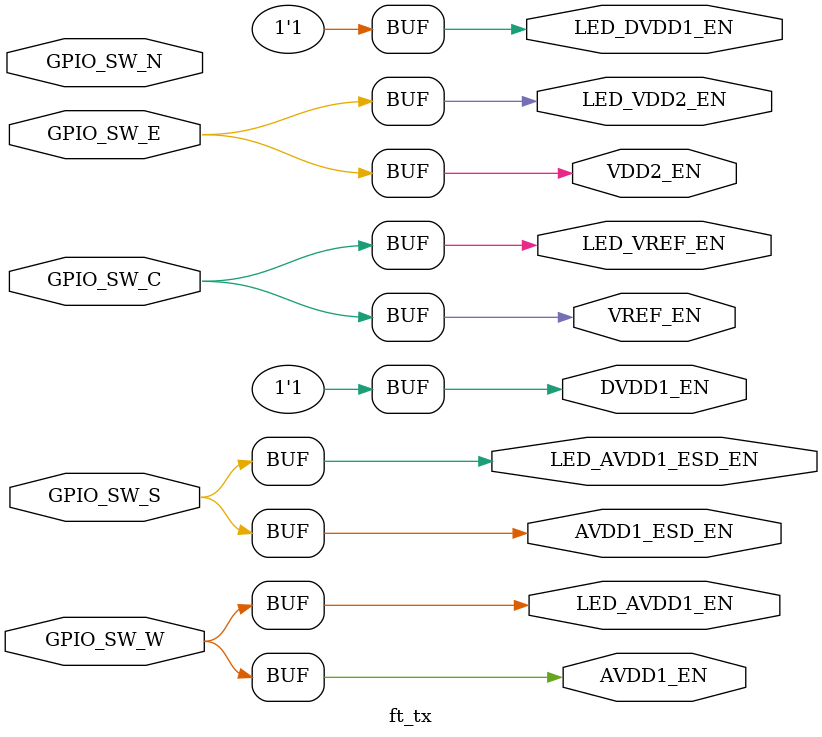
<source format=sv>

module ft_tx
(
    input  logic GPIO_SW_E,
    input  logic GPIO_SW_S,
    input  logic GPIO_SW_W,
    input  logic GPIO_SW_N,
    input  logic GPIO_SW_C,
    
    output logic VDD2_EN,
    output logic AVDD1_ESD_EN,
    output logic AVDD1_EN,
    output logic DVDD1_EN,
    output logic VREF_EN,
    
    output logic LED_VDD2_EN,
    output logic LED_AVDD1_ESD_EN,
    output logic LED_AVDD1_EN,
    output logic LED_DVDD1_EN,
    output logic LED_VREF_EN
);

assign LED_VDD2_EN      = GPIO_SW_E;
assign LED_AVDD1_ESD_EN = GPIO_SW_S;
assign LED_AVDD1_EN     = GPIO_SW_W;
assign LED_DVDD1_EN     = '1;
assign LED_VREF_EN      = GPIO_SW_C;

assign VDD2_EN      = GPIO_SW_E;
assign AVDD1_ESD_EN = GPIO_SW_S;
assign AVDD1_EN     = GPIO_SW_W;
assign DVDD1_EN     = '1;
assign VREF_EN      = GPIO_SW_C;

endmodule

</source>
